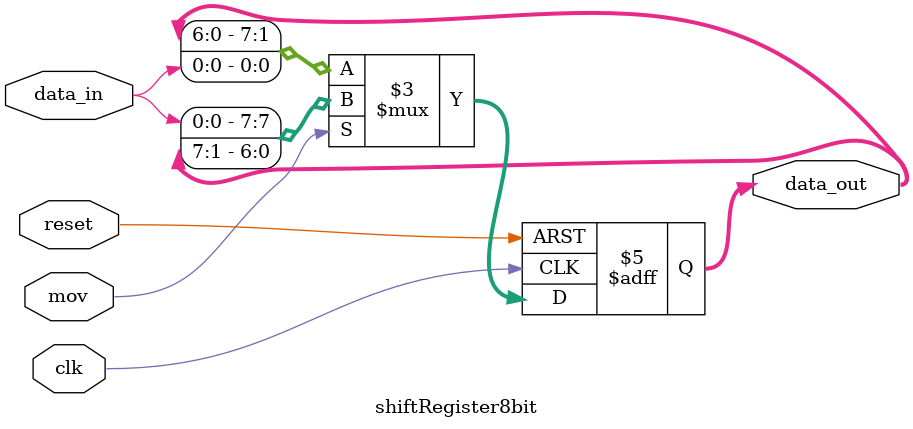
<source format=v>
module  shiftRegister8bit(input clk,reset,mov,
                          input  data_in,
                          output reg [7:0] data_out);

always@(posedge clk or posedge reset)
begin 
   if(reset) begin data_out <= 8'b0; end 
   else begin 
    if (mov)begin data_out <={data_in,data_out[7:1]}; end
    else begin data_out <={data_out[6:0],data_in};end
end 
end 
endmodule 
  
</source>
